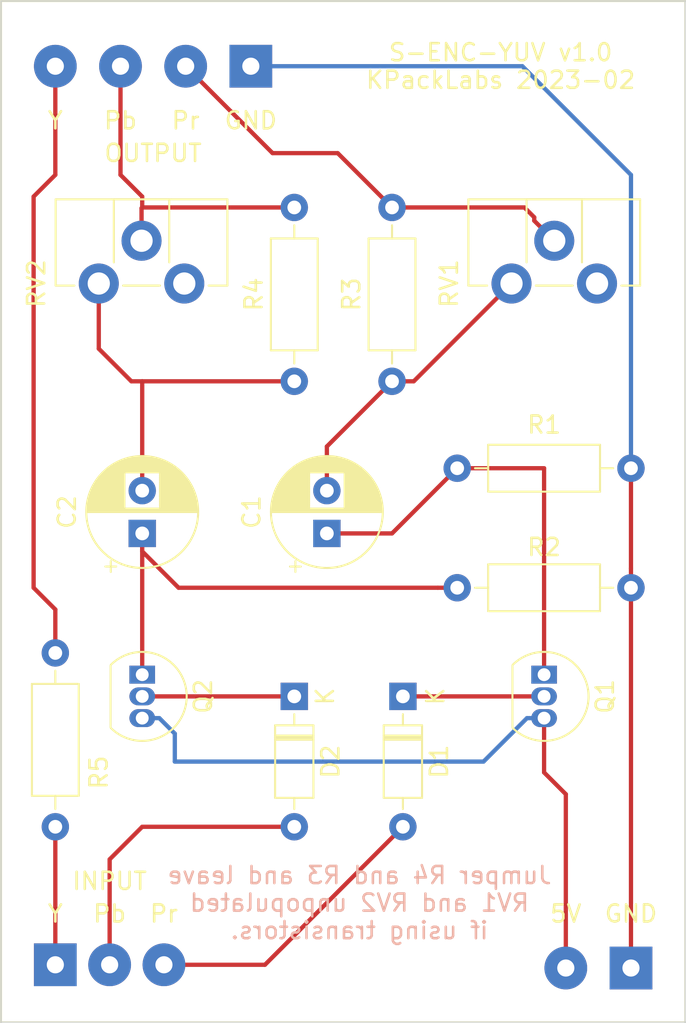
<source format=kicad_pcb>
(kicad_pcb (version 20171130) (host pcbnew "(5.1.5)-3")

  (general
    (thickness 1.6)
    (drawings 21)
    (tracks 59)
    (zones 0)
    (modules 16)
    (nets 15)
  )

  (page A4)
  (layers
    (0 F.Cu signal)
    (31 B.Cu signal)
    (32 B.Adhes user)
    (33 F.Adhes user)
    (34 B.Paste user)
    (35 F.Paste user)
    (36 B.SilkS user)
    (37 F.SilkS user)
    (38 B.Mask user)
    (39 F.Mask user)
    (40 Dwgs.User user)
    (41 Cmts.User user)
    (42 Eco1.User user)
    (43 Eco2.User user)
    (44 Edge.Cuts user)
    (45 Margin user)
    (46 B.CrtYd user)
    (47 F.CrtYd user)
    (48 B.Fab user)
    (49 F.Fab user)
  )

  (setup
    (last_trace_width 0.1524)
    (trace_clearance 0.1524)
    (zone_clearance 0.508)
    (zone_45_only no)
    (trace_min 0.1524)
    (via_size 0.6858)
    (via_drill 0.3302)
    (via_min_size 0.508)
    (via_min_drill 0.254)
    (uvia_size 0.6858)
    (uvia_drill 0.3302)
    (uvias_allowed no)
    (uvia_min_size 0)
    (uvia_min_drill 0)
    (edge_width 0.05)
    (segment_width 0.2)
    (pcb_text_width 0.3)
    (pcb_text_size 1.5 1.5)
    (mod_edge_width 0.12)
    (mod_text_size 1 1)
    (mod_text_width 0.15)
    (pad_size 1.524 1.524)
    (pad_drill 0.762)
    (pad_to_mask_clearance 0.0508)
    (solder_mask_min_width 0.101)
    (aux_axis_origin 0 0)
    (visible_elements 7FFFFFFF)
    (pcbplotparams
      (layerselection 0x010fc_ffffffff)
      (usegerberextensions false)
      (usegerberattributes false)
      (usegerberadvancedattributes false)
      (creategerberjobfile false)
      (excludeedgelayer true)
      (linewidth 0.100000)
      (plotframeref false)
      (viasonmask false)
      (mode 1)
      (useauxorigin false)
      (hpglpennumber 1)
      (hpglpenspeed 20)
      (hpglpendiameter 15.000000)
      (psnegative false)
      (psa4output false)
      (plotreference true)
      (plotvalue true)
      (plotinvisibletext false)
      (padsonsilk false)
      (subtractmaskfromsilk false)
      (outputformat 1)
      (mirror false)
      (drillshape 1)
      (scaleselection 1)
      (outputdirectory ""))
  )

  (net 0 "")
  (net 1 "Net-(C1-Pad2)")
  (net 2 "Net-(C1-Pad1)")
  (net 3 "Net-(C2-Pad2)")
  (net 4 "Net-(C2-Pad1)")
  (net 5 "Net-(D1-Pad2)")
  (net 6 "Net-(D1-Pad1)")
  (net 7 "Net-(D2-Pad2)")
  (net 8 "Net-(D2-Pad1)")
  (net 9 /+5V)
  (net 10 GND)
  (net 11 "Net-(J2-Pad1)")
  (net 12 "Net-(J3-Pad4)")
  (net 13 "Net-(J3-Pad3)")
  (net 14 "Net-(J3-Pad2)")

  (net_class Default "This is the default net class."
    (clearance 0.1524)
    (trace_width 0.1524)
    (via_dia 0.6858)
    (via_drill 0.3302)
    (uvia_dia 0.6858)
    (uvia_drill 0.3302)
    (add_net /+5V)
    (add_net GND)
    (add_net "Net-(C1-Pad1)")
    (add_net "Net-(C1-Pad2)")
    (add_net "Net-(C2-Pad1)")
    (add_net "Net-(C2-Pad2)")
    (add_net "Net-(D1-Pad1)")
    (add_net "Net-(D1-Pad2)")
    (add_net "Net-(D2-Pad1)")
    (add_net "Net-(D2-Pad2)")
    (add_net "Net-(J2-Pad1)")
    (add_net "Net-(J3-Pad2)")
    (add_net "Net-(J3-Pad3)")
    (add_net "Net-(J3-Pad4)")
  )

  (module Potentiometer_THT:Potentiometer_ACP_CA9-H2,5_Horizontal (layer F.Cu) (tedit 5A3D4994) (tstamp 63EDB1E6)
    (at 126.365 90.17 90)
    (descr "Potentiometer, horizontal, ACP CA9-H2,5, http://www.acptechnologies.com/wp-content/uploads/2017/05/02-ACP-CA9-CE9.pdf")
    (tags "Potentiometer horizontal ACP CA9-H2,5")
    (path /63EEB53E)
    (fp_text reference RV2 (at 0 -3.65 90) (layer F.SilkS)
      (effects (font (size 1 1) (thickness 0.15)))
    )
    (fp_text value "0-100 ohm" (at 0 8.65 90) (layer F.Fab) hide
      (effects (font (size 1 1) (thickness 0.15)))
    )
    (fp_text user %R (at 2.4 2.5 90) (layer F.Fab)
      (effects (font (size 1 1) (thickness 0.15)))
    )
    (fp_line (start 5.05 -2.7) (end -1.45 -2.7) (layer F.CrtYd) (width 0.05))
    (fp_line (start 5.05 7.65) (end 5.05 -2.7) (layer F.CrtYd) (width 0.05))
    (fp_line (start -1.45 7.65) (end 5.05 7.65) (layer F.CrtYd) (width 0.05))
    (fp_line (start -1.45 -2.7) (end -1.45 7.65) (layer F.CrtYd) (width 0.05))
    (fp_line (start 4.92 0.88) (end 4.92 4.12) (layer F.SilkS) (width 0.12))
    (fp_line (start -0.121 1.426) (end -0.121 3.575) (layer F.SilkS) (width 0.12))
    (fp_line (start 1.237 4.12) (end 4.92 4.12) (layer F.SilkS) (width 0.12))
    (fp_line (start 1.237 0.88) (end 4.92 0.88) (layer F.SilkS) (width 0.12))
    (fp_line (start -0.121 1.426) (end -0.121 3.575) (layer F.SilkS) (width 0.12))
    (fp_line (start -0.121 -2.521) (end -0.121 -1.426) (layer F.SilkS) (width 0.12))
    (fp_line (start -0.121 6.425) (end -0.121 7.52) (layer F.SilkS) (width 0.12))
    (fp_line (start 4.92 -2.521) (end 4.92 7.52) (layer F.SilkS) (width 0.12))
    (fp_line (start -0.121 7.52) (end 4.92 7.52) (layer F.SilkS) (width 0.12))
    (fp_line (start -0.121 -2.521) (end 4.92 -2.521) (layer F.SilkS) (width 0.12))
    (fp_line (start 4.8 1) (end 0 1) (layer F.Fab) (width 0.1))
    (fp_line (start 4.8 4) (end 4.8 1) (layer F.Fab) (width 0.1))
    (fp_line (start 0 4) (end 4.8 4) (layer F.Fab) (width 0.1))
    (fp_line (start 0 1) (end 0 4) (layer F.Fab) (width 0.1))
    (fp_line (start 0 -2.4) (end 4.8 -2.4) (layer F.Fab) (width 0.1))
    (fp_line (start 0 7.4) (end 0 -2.4) (layer F.Fab) (width 0.1))
    (fp_line (start 4.8 7.4) (end 0 7.4) (layer F.Fab) (width 0.1))
    (fp_line (start 4.8 -2.4) (end 4.8 7.4) (layer F.Fab) (width 0.1))
    (pad 1 thru_hole circle (at 0 0 90) (size 2.34 2.34) (drill 1.3) (layers *.Cu *.Mask)
      (net 3 "Net-(C2-Pad2)"))
    (pad 2 thru_hole circle (at 2.5 2.5 90) (size 2.34 2.34) (drill 1.3) (layers *.Cu *.Mask)
      (net 13 "Net-(J3-Pad3)"))
    (pad 3 thru_hole circle (at 0 5 90) (size 2.34 2.34) (drill 1.3) (layers *.Cu *.Mask))
    (model ${KISYS3DMOD}/Potentiometer_THT.3dshapes/Potentiometer_ACP_CA9-H2,5_Horizontal.wrl
      (at (xyz 0 0 0))
      (scale (xyz 1 1 1))
      (rotate (xyz 0 0 0))
    )
  )

  (module Potentiometer_THT:Potentiometer_ACP_CA9-H2,5_Horizontal (layer F.Cu) (tedit 5A3D4994) (tstamp 63EDB1C8)
    (at 150.495 90.17 90)
    (descr "Potentiometer, horizontal, ACP CA9-H2,5, http://www.acptechnologies.com/wp-content/uploads/2017/05/02-ACP-CA9-CE9.pdf")
    (tags "Potentiometer horizontal ACP CA9-H2,5")
    (path /63EEA439)
    (fp_text reference RV1 (at 0 -3.65 90) (layer F.SilkS)
      (effects (font (size 1 1) (thickness 0.15)))
    )
    (fp_text value "0-100 ohm" (at 0 8.65 90) (layer F.Fab) hide
      (effects (font (size 1 1) (thickness 0.15)))
    )
    (fp_text user %R (at 2.4 2.5 90) (layer F.Fab)
      (effects (font (size 1 1) (thickness 0.15)))
    )
    (fp_line (start 5.05 -2.7) (end -1.45 -2.7) (layer F.CrtYd) (width 0.05))
    (fp_line (start 5.05 7.65) (end 5.05 -2.7) (layer F.CrtYd) (width 0.05))
    (fp_line (start -1.45 7.65) (end 5.05 7.65) (layer F.CrtYd) (width 0.05))
    (fp_line (start -1.45 -2.7) (end -1.45 7.65) (layer F.CrtYd) (width 0.05))
    (fp_line (start 4.92 0.88) (end 4.92 4.12) (layer F.SilkS) (width 0.12))
    (fp_line (start -0.121 1.426) (end -0.121 3.575) (layer F.SilkS) (width 0.12))
    (fp_line (start 1.237 4.12) (end 4.92 4.12) (layer F.SilkS) (width 0.12))
    (fp_line (start 1.237 0.88) (end 4.92 0.88) (layer F.SilkS) (width 0.12))
    (fp_line (start -0.121 1.426) (end -0.121 3.575) (layer F.SilkS) (width 0.12))
    (fp_line (start -0.121 -2.521) (end -0.121 -1.426) (layer F.SilkS) (width 0.12))
    (fp_line (start -0.121 6.425) (end -0.121 7.52) (layer F.SilkS) (width 0.12))
    (fp_line (start 4.92 -2.521) (end 4.92 7.52) (layer F.SilkS) (width 0.12))
    (fp_line (start -0.121 7.52) (end 4.92 7.52) (layer F.SilkS) (width 0.12))
    (fp_line (start -0.121 -2.521) (end 4.92 -2.521) (layer F.SilkS) (width 0.12))
    (fp_line (start 4.8 1) (end 0 1) (layer F.Fab) (width 0.1))
    (fp_line (start 4.8 4) (end 4.8 1) (layer F.Fab) (width 0.1))
    (fp_line (start 0 4) (end 4.8 4) (layer F.Fab) (width 0.1))
    (fp_line (start 0 1) (end 0 4) (layer F.Fab) (width 0.1))
    (fp_line (start 0 -2.4) (end 4.8 -2.4) (layer F.Fab) (width 0.1))
    (fp_line (start 0 7.4) (end 0 -2.4) (layer F.Fab) (width 0.1))
    (fp_line (start 4.8 7.4) (end 0 7.4) (layer F.Fab) (width 0.1))
    (fp_line (start 4.8 -2.4) (end 4.8 7.4) (layer F.Fab) (width 0.1))
    (pad 1 thru_hole circle (at 0 0 90) (size 2.34 2.34) (drill 1.3) (layers *.Cu *.Mask)
      (net 1 "Net-(C1-Pad2)"))
    (pad 2 thru_hole circle (at 2.5 2.5 90) (size 2.34 2.34) (drill 1.3) (layers *.Cu *.Mask)
      (net 14 "Net-(J3-Pad2)"))
    (pad 3 thru_hole circle (at 0 5 90) (size 2.34 2.34) (drill 1.3) (layers *.Cu *.Mask))
    (model ${KISYS3DMOD}/Potentiometer_THT.3dshapes/Potentiometer_ACP_CA9-H2,5_Horizontal.wrl
      (at (xyz 0 0 0))
      (scale (xyz 1 1 1))
      (rotate (xyz 0 0 0))
    )
  )

  (module Resistor_THT:R_Axial_DIN0207_L6.3mm_D2.5mm_P10.16mm_Horizontal (layer F.Cu) (tedit 5AE5139B) (tstamp 63EDB1AA)
    (at 123.825 121.92 90)
    (descr "Resistor, Axial_DIN0207 series, Axial, Horizontal, pin pitch=10.16mm, 0.25W = 1/4W, length*diameter=6.3*2.5mm^2, http://cdn-reichelt.de/documents/datenblatt/B400/1_4W%23YAG.pdf")
    (tags "Resistor Axial_DIN0207 series Axial Horizontal pin pitch 10.16mm 0.25W = 1/4W length 6.3mm diameter 2.5mm")
    (path /63ED33A6)
    (fp_text reference R5 (at 3.175 2.54 90) (layer F.SilkS)
      (effects (font (size 1 1) (thickness 0.15)))
    )
    (fp_text value "10 ohm" (at 5.08 2.37 90) (layer F.Fab) hide
      (effects (font (size 1 1) (thickness 0.15)))
    )
    (fp_text user %R (at 5.08 0 90) (layer F.Fab)
      (effects (font (size 1 1) (thickness 0.15)))
    )
    (fp_line (start 11.21 -1.5) (end -1.05 -1.5) (layer F.CrtYd) (width 0.05))
    (fp_line (start 11.21 1.5) (end 11.21 -1.5) (layer F.CrtYd) (width 0.05))
    (fp_line (start -1.05 1.5) (end 11.21 1.5) (layer F.CrtYd) (width 0.05))
    (fp_line (start -1.05 -1.5) (end -1.05 1.5) (layer F.CrtYd) (width 0.05))
    (fp_line (start 9.12 0) (end 8.35 0) (layer F.SilkS) (width 0.12))
    (fp_line (start 1.04 0) (end 1.81 0) (layer F.SilkS) (width 0.12))
    (fp_line (start 8.35 -1.37) (end 1.81 -1.37) (layer F.SilkS) (width 0.12))
    (fp_line (start 8.35 1.37) (end 8.35 -1.37) (layer F.SilkS) (width 0.12))
    (fp_line (start 1.81 1.37) (end 8.35 1.37) (layer F.SilkS) (width 0.12))
    (fp_line (start 1.81 -1.37) (end 1.81 1.37) (layer F.SilkS) (width 0.12))
    (fp_line (start 10.16 0) (end 8.23 0) (layer F.Fab) (width 0.1))
    (fp_line (start 0 0) (end 1.93 0) (layer F.Fab) (width 0.1))
    (fp_line (start 8.23 -1.25) (end 1.93 -1.25) (layer F.Fab) (width 0.1))
    (fp_line (start 8.23 1.25) (end 8.23 -1.25) (layer F.Fab) (width 0.1))
    (fp_line (start 1.93 1.25) (end 8.23 1.25) (layer F.Fab) (width 0.1))
    (fp_line (start 1.93 -1.25) (end 1.93 1.25) (layer F.Fab) (width 0.1))
    (pad 2 thru_hole oval (at 10.16 0 90) (size 1.6 1.6) (drill 0.8) (layers *.Cu *.Mask)
      (net 12 "Net-(J3-Pad4)"))
    (pad 1 thru_hole circle (at 0 0 90) (size 1.6 1.6) (drill 0.8) (layers *.Cu *.Mask)
      (net 11 "Net-(J2-Pad1)"))
    (model ${KISYS3DMOD}/Resistor_THT.3dshapes/R_Axial_DIN0207_L6.3mm_D2.5mm_P10.16mm_Horizontal.wrl
      (at (xyz 0 0 0))
      (scale (xyz 1 1 1))
      (rotate (xyz 0 0 0))
    )
  )

  (module Resistor_THT:R_Axial_DIN0207_L6.3mm_D2.5mm_P10.16mm_Horizontal (layer F.Cu) (tedit 5AE5139B) (tstamp 63EDB193)
    (at 137.795 95.885 90)
    (descr "Resistor, Axial_DIN0207 series, Axial, Horizontal, pin pitch=10.16mm, 0.25W = 1/4W, length*diameter=6.3*2.5mm^2, http://cdn-reichelt.de/documents/datenblatt/B400/1_4W%23YAG.pdf")
    (tags "Resistor Axial_DIN0207 series Axial Horizontal pin pitch 10.16mm 0.25W = 1/4W length 6.3mm diameter 2.5mm")
    (path /63F67700)
    (fp_text reference R4 (at 5.08 -2.37 90) (layer F.SilkS)
      (effects (font (size 1 1) (thickness 0.15)))
    )
    (fp_text value "0-100 ohm" (at 5.08 2.37 90) (layer F.Fab) hide
      (effects (font (size 1 1) (thickness 0.15)))
    )
    (fp_text user %R (at 5.08 0 90) (layer F.Fab)
      (effects (font (size 1 1) (thickness 0.15)))
    )
    (fp_line (start 11.21 -1.5) (end -1.05 -1.5) (layer F.CrtYd) (width 0.05))
    (fp_line (start 11.21 1.5) (end 11.21 -1.5) (layer F.CrtYd) (width 0.05))
    (fp_line (start -1.05 1.5) (end 11.21 1.5) (layer F.CrtYd) (width 0.05))
    (fp_line (start -1.05 -1.5) (end -1.05 1.5) (layer F.CrtYd) (width 0.05))
    (fp_line (start 9.12 0) (end 8.35 0) (layer F.SilkS) (width 0.12))
    (fp_line (start 1.04 0) (end 1.81 0) (layer F.SilkS) (width 0.12))
    (fp_line (start 8.35 -1.37) (end 1.81 -1.37) (layer F.SilkS) (width 0.12))
    (fp_line (start 8.35 1.37) (end 8.35 -1.37) (layer F.SilkS) (width 0.12))
    (fp_line (start 1.81 1.37) (end 8.35 1.37) (layer F.SilkS) (width 0.12))
    (fp_line (start 1.81 -1.37) (end 1.81 1.37) (layer F.SilkS) (width 0.12))
    (fp_line (start 10.16 0) (end 8.23 0) (layer F.Fab) (width 0.1))
    (fp_line (start 0 0) (end 1.93 0) (layer F.Fab) (width 0.1))
    (fp_line (start 8.23 -1.25) (end 1.93 -1.25) (layer F.Fab) (width 0.1))
    (fp_line (start 8.23 1.25) (end 8.23 -1.25) (layer F.Fab) (width 0.1))
    (fp_line (start 1.93 1.25) (end 8.23 1.25) (layer F.Fab) (width 0.1))
    (fp_line (start 1.93 -1.25) (end 1.93 1.25) (layer F.Fab) (width 0.1))
    (pad 2 thru_hole oval (at 10.16 0 90) (size 1.6 1.6) (drill 0.8) (layers *.Cu *.Mask)
      (net 13 "Net-(J3-Pad3)"))
    (pad 1 thru_hole circle (at 0 0 90) (size 1.6 1.6) (drill 0.8) (layers *.Cu *.Mask)
      (net 3 "Net-(C2-Pad2)"))
    (model ${KISYS3DMOD}/Resistor_THT.3dshapes/R_Axial_DIN0207_L6.3mm_D2.5mm_P10.16mm_Horizontal.wrl
      (at (xyz 0 0 0))
      (scale (xyz 1 1 1))
      (rotate (xyz 0 0 0))
    )
  )

  (module Resistor_THT:R_Axial_DIN0207_L6.3mm_D2.5mm_P10.16mm_Horizontal (layer F.Cu) (tedit 5AE5139B) (tstamp 63EDB17C)
    (at 143.51 95.885 90)
    (descr "Resistor, Axial_DIN0207 series, Axial, Horizontal, pin pitch=10.16mm, 0.25W = 1/4W, length*diameter=6.3*2.5mm^2, http://cdn-reichelt.de/documents/datenblatt/B400/1_4W%23YAG.pdf")
    (tags "Resistor Axial_DIN0207 series Axial Horizontal pin pitch 10.16mm 0.25W = 1/4W length 6.3mm diameter 2.5mm")
    (path /63F6962C)
    (fp_text reference R3 (at 5.08 -2.37 90) (layer F.SilkS)
      (effects (font (size 1 1) (thickness 0.15)))
    )
    (fp_text value "0-100 ohm " (at 5.08 2.37 90) (layer F.Fab) hide
      (effects (font (size 1 1) (thickness 0.15)))
    )
    (fp_text user %R (at 5.08 0 90) (layer F.Fab)
      (effects (font (size 1 1) (thickness 0.15)))
    )
    (fp_line (start 11.21 -1.5) (end -1.05 -1.5) (layer F.CrtYd) (width 0.05))
    (fp_line (start 11.21 1.5) (end 11.21 -1.5) (layer F.CrtYd) (width 0.05))
    (fp_line (start -1.05 1.5) (end 11.21 1.5) (layer F.CrtYd) (width 0.05))
    (fp_line (start -1.05 -1.5) (end -1.05 1.5) (layer F.CrtYd) (width 0.05))
    (fp_line (start 9.12 0) (end 8.35 0) (layer F.SilkS) (width 0.12))
    (fp_line (start 1.04 0) (end 1.81 0) (layer F.SilkS) (width 0.12))
    (fp_line (start 8.35 -1.37) (end 1.81 -1.37) (layer F.SilkS) (width 0.12))
    (fp_line (start 8.35 1.37) (end 8.35 -1.37) (layer F.SilkS) (width 0.12))
    (fp_line (start 1.81 1.37) (end 8.35 1.37) (layer F.SilkS) (width 0.12))
    (fp_line (start 1.81 -1.37) (end 1.81 1.37) (layer F.SilkS) (width 0.12))
    (fp_line (start 10.16 0) (end 8.23 0) (layer F.Fab) (width 0.1))
    (fp_line (start 0 0) (end 1.93 0) (layer F.Fab) (width 0.1))
    (fp_line (start 8.23 -1.25) (end 1.93 -1.25) (layer F.Fab) (width 0.1))
    (fp_line (start 8.23 1.25) (end 8.23 -1.25) (layer F.Fab) (width 0.1))
    (fp_line (start 1.93 1.25) (end 8.23 1.25) (layer F.Fab) (width 0.1))
    (fp_line (start 1.93 -1.25) (end 1.93 1.25) (layer F.Fab) (width 0.1))
    (pad 2 thru_hole oval (at 10.16 0 90) (size 1.6 1.6) (drill 0.8) (layers *.Cu *.Mask)
      (net 14 "Net-(J3-Pad2)"))
    (pad 1 thru_hole circle (at 0 0 90) (size 1.6 1.6) (drill 0.8) (layers *.Cu *.Mask)
      (net 1 "Net-(C1-Pad2)"))
    (model ${KISYS3DMOD}/Resistor_THT.3dshapes/R_Axial_DIN0207_L6.3mm_D2.5mm_P10.16mm_Horizontal.wrl
      (at (xyz 0 0 0))
      (scale (xyz 1 1 1))
      (rotate (xyz 0 0 0))
    )
  )

  (module Resistor_THT:R_Axial_DIN0207_L6.3mm_D2.5mm_P10.16mm_Horizontal (layer F.Cu) (tedit 5AE5139B) (tstamp 63EDB165)
    (at 147.32 107.95)
    (descr "Resistor, Axial_DIN0207 series, Axial, Horizontal, pin pitch=10.16mm, 0.25W = 1/4W, length*diameter=6.3*2.5mm^2, http://cdn-reichelt.de/documents/datenblatt/B400/1_4W%23YAG.pdf")
    (tags "Resistor Axial_DIN0207 series Axial Horizontal pin pitch 10.16mm 0.25W = 1/4W length 6.3mm diameter 2.5mm")
    (path /63EE48D3)
    (fp_text reference R2 (at 5.08 -2.37) (layer F.SilkS)
      (effects (font (size 1 1) (thickness 0.15)))
    )
    (fp_text value "75 ohm" (at 5.08 2.37) (layer F.Fab) hide
      (effects (font (size 1 1) (thickness 0.15)))
    )
    (fp_text user %R (at 5.08 0) (layer F.Fab)
      (effects (font (size 1 1) (thickness 0.15)))
    )
    (fp_line (start 11.21 -1.5) (end -1.05 -1.5) (layer F.CrtYd) (width 0.05))
    (fp_line (start 11.21 1.5) (end 11.21 -1.5) (layer F.CrtYd) (width 0.05))
    (fp_line (start -1.05 1.5) (end 11.21 1.5) (layer F.CrtYd) (width 0.05))
    (fp_line (start -1.05 -1.5) (end -1.05 1.5) (layer F.CrtYd) (width 0.05))
    (fp_line (start 9.12 0) (end 8.35 0) (layer F.SilkS) (width 0.12))
    (fp_line (start 1.04 0) (end 1.81 0) (layer F.SilkS) (width 0.12))
    (fp_line (start 8.35 -1.37) (end 1.81 -1.37) (layer F.SilkS) (width 0.12))
    (fp_line (start 8.35 1.37) (end 8.35 -1.37) (layer F.SilkS) (width 0.12))
    (fp_line (start 1.81 1.37) (end 8.35 1.37) (layer F.SilkS) (width 0.12))
    (fp_line (start 1.81 -1.37) (end 1.81 1.37) (layer F.SilkS) (width 0.12))
    (fp_line (start 10.16 0) (end 8.23 0) (layer F.Fab) (width 0.1))
    (fp_line (start 0 0) (end 1.93 0) (layer F.Fab) (width 0.1))
    (fp_line (start 8.23 -1.25) (end 1.93 -1.25) (layer F.Fab) (width 0.1))
    (fp_line (start 8.23 1.25) (end 8.23 -1.25) (layer F.Fab) (width 0.1))
    (fp_line (start 1.93 1.25) (end 8.23 1.25) (layer F.Fab) (width 0.1))
    (fp_line (start 1.93 -1.25) (end 1.93 1.25) (layer F.Fab) (width 0.1))
    (pad 2 thru_hole oval (at 10.16 0) (size 1.6 1.6) (drill 0.8) (layers *.Cu *.Mask)
      (net 10 GND))
    (pad 1 thru_hole circle (at 0 0) (size 1.6 1.6) (drill 0.8) (layers *.Cu *.Mask)
      (net 4 "Net-(C2-Pad1)"))
    (model ${KISYS3DMOD}/Resistor_THT.3dshapes/R_Axial_DIN0207_L6.3mm_D2.5mm_P10.16mm_Horizontal.wrl
      (at (xyz 0 0 0))
      (scale (xyz 1 1 1))
      (rotate (xyz 0 0 0))
    )
  )

  (module Resistor_THT:R_Axial_DIN0207_L6.3mm_D2.5mm_P10.16mm_Horizontal (layer F.Cu) (tedit 5AE5139B) (tstamp 63EDB14E)
    (at 157.48 100.965 180)
    (descr "Resistor, Axial_DIN0207 series, Axial, Horizontal, pin pitch=10.16mm, 0.25W = 1/4W, length*diameter=6.3*2.5mm^2, http://cdn-reichelt.de/documents/datenblatt/B400/1_4W%23YAG.pdf")
    (tags "Resistor Axial_DIN0207 series Axial Horizontal pin pitch 10.16mm 0.25W = 1/4W length 6.3mm diameter 2.5mm")
    (path /63EE4F9D)
    (fp_text reference R1 (at 5.08 2.54) (layer F.SilkS)
      (effects (font (size 1 1) (thickness 0.15)))
    )
    (fp_text value "75 ohm" (at 5.08 2.37) (layer F.Fab) hide
      (effects (font (size 1 1) (thickness 0.15)))
    )
    (fp_text user %R (at 5.08 0) (layer F.Fab)
      (effects (font (size 1 1) (thickness 0.15)))
    )
    (fp_line (start 11.21 -1.5) (end -1.05 -1.5) (layer F.CrtYd) (width 0.05))
    (fp_line (start 11.21 1.5) (end 11.21 -1.5) (layer F.CrtYd) (width 0.05))
    (fp_line (start -1.05 1.5) (end 11.21 1.5) (layer F.CrtYd) (width 0.05))
    (fp_line (start -1.05 -1.5) (end -1.05 1.5) (layer F.CrtYd) (width 0.05))
    (fp_line (start 9.12 0) (end 8.35 0) (layer F.SilkS) (width 0.12))
    (fp_line (start 1.04 0) (end 1.81 0) (layer F.SilkS) (width 0.12))
    (fp_line (start 8.35 -1.37) (end 1.81 -1.37) (layer F.SilkS) (width 0.12))
    (fp_line (start 8.35 1.37) (end 8.35 -1.37) (layer F.SilkS) (width 0.12))
    (fp_line (start 1.81 1.37) (end 8.35 1.37) (layer F.SilkS) (width 0.12))
    (fp_line (start 1.81 -1.37) (end 1.81 1.37) (layer F.SilkS) (width 0.12))
    (fp_line (start 10.16 0) (end 8.23 0) (layer F.Fab) (width 0.1))
    (fp_line (start 0 0) (end 1.93 0) (layer F.Fab) (width 0.1))
    (fp_line (start 8.23 -1.25) (end 1.93 -1.25) (layer F.Fab) (width 0.1))
    (fp_line (start 8.23 1.25) (end 8.23 -1.25) (layer F.Fab) (width 0.1))
    (fp_line (start 1.93 1.25) (end 8.23 1.25) (layer F.Fab) (width 0.1))
    (fp_line (start 1.93 -1.25) (end 1.93 1.25) (layer F.Fab) (width 0.1))
    (pad 2 thru_hole oval (at 10.16 0 180) (size 1.6 1.6) (drill 0.8) (layers *.Cu *.Mask)
      (net 2 "Net-(C1-Pad1)"))
    (pad 1 thru_hole circle (at 0 0 180) (size 1.6 1.6) (drill 0.8) (layers *.Cu *.Mask)
      (net 10 GND))
    (model ${KISYS3DMOD}/Resistor_THT.3dshapes/R_Axial_DIN0207_L6.3mm_D2.5mm_P10.16mm_Horizontal.wrl
      (at (xyz 0 0 0))
      (scale (xyz 1 1 1))
      (rotate (xyz 0 0 0))
    )
  )

  (module Package_TO_SOT_THT:TO-92_Inline (layer F.Cu) (tedit 5A1DD157) (tstamp 63EDB137)
    (at 128.905 113.03 270)
    (descr "TO-92 leads in-line, narrow, oval pads, drill 0.75mm (see NXP sot054_po.pdf)")
    (tags "to-92 sc-43 sc-43a sot54 PA33 transistor")
    (path /63ED94D3)
    (fp_text reference Q2 (at 1.27 -3.56 90) (layer F.SilkS)
      (effects (font (size 1 1) (thickness 0.15)))
    )
    (fp_text value S8050 (at 1.27 2.79 90) (layer F.Fab) hide
      (effects (font (size 1 1) (thickness 0.15)))
    )
    (fp_arc (start 1.27 0) (end 1.27 -2.6) (angle 135) (layer F.SilkS) (width 0.12))
    (fp_arc (start 1.27 0) (end 1.27 -2.48) (angle -135) (layer F.Fab) (width 0.1))
    (fp_arc (start 1.27 0) (end 1.27 -2.6) (angle -135) (layer F.SilkS) (width 0.12))
    (fp_arc (start 1.27 0) (end 1.27 -2.48) (angle 135) (layer F.Fab) (width 0.1))
    (fp_line (start 4 2.01) (end -1.46 2.01) (layer F.CrtYd) (width 0.05))
    (fp_line (start 4 2.01) (end 4 -2.73) (layer F.CrtYd) (width 0.05))
    (fp_line (start -1.46 -2.73) (end -1.46 2.01) (layer F.CrtYd) (width 0.05))
    (fp_line (start -1.46 -2.73) (end 4 -2.73) (layer F.CrtYd) (width 0.05))
    (fp_line (start -0.5 1.75) (end 3 1.75) (layer F.Fab) (width 0.1))
    (fp_line (start -0.53 1.85) (end 3.07 1.85) (layer F.SilkS) (width 0.12))
    (fp_text user %R (at 1.27 -3.56 90) (layer F.Fab)
      (effects (font (size 1 1) (thickness 0.15)))
    )
    (pad 1 thru_hole rect (at 0 0 270) (size 1.05 1.5) (drill 0.75) (layers *.Cu *.Mask)
      (net 4 "Net-(C2-Pad1)"))
    (pad 3 thru_hole oval (at 2.54 0 270) (size 1.05 1.5) (drill 0.75) (layers *.Cu *.Mask)
      (net 9 /+5V))
    (pad 2 thru_hole oval (at 1.27 0 270) (size 1.05 1.5) (drill 0.75) (layers *.Cu *.Mask)
      (net 8 "Net-(D2-Pad1)"))
    (model ${KISYS3DMOD}/Package_TO_SOT_THT.3dshapes/TO-92_Inline.wrl
      (at (xyz 0 0 0))
      (scale (xyz 1 1 1))
      (rotate (xyz 0 0 0))
    )
  )

  (module Package_TO_SOT_THT:TO-92_Inline (layer F.Cu) (tedit 5A1DD157) (tstamp 63EDB125)
    (at 152.4 113.03 270)
    (descr "TO-92 leads in-line, narrow, oval pads, drill 0.75mm (see NXP sot054_po.pdf)")
    (tags "to-92 sc-43 sc-43a sot54 PA33 transistor")
    (path /63ED701A)
    (fp_text reference Q1 (at 1.27 -3.56 90) (layer F.SilkS)
      (effects (font (size 1 1) (thickness 0.15)))
    )
    (fp_text value S8050 (at 1.27 2.79 90) (layer F.Fab) hide
      (effects (font (size 1 1) (thickness 0.15)))
    )
    (fp_arc (start 1.27 0) (end 1.27 -2.6) (angle 135) (layer F.SilkS) (width 0.12))
    (fp_arc (start 1.27 0) (end 1.27 -2.48) (angle -135) (layer F.Fab) (width 0.1))
    (fp_arc (start 1.27 0) (end 1.27 -2.6) (angle -135) (layer F.SilkS) (width 0.12))
    (fp_arc (start 1.27 0) (end 1.27 -2.48) (angle 135) (layer F.Fab) (width 0.1))
    (fp_line (start 4 2.01) (end -1.46 2.01) (layer F.CrtYd) (width 0.05))
    (fp_line (start 4 2.01) (end 4 -2.73) (layer F.CrtYd) (width 0.05))
    (fp_line (start -1.46 -2.73) (end -1.46 2.01) (layer F.CrtYd) (width 0.05))
    (fp_line (start -1.46 -2.73) (end 4 -2.73) (layer F.CrtYd) (width 0.05))
    (fp_line (start -0.5 1.75) (end 3 1.75) (layer F.Fab) (width 0.1))
    (fp_line (start -0.53 1.85) (end 3.07 1.85) (layer F.SilkS) (width 0.12))
    (fp_text user %R (at 1.27 -3.56 90) (layer F.Fab)
      (effects (font (size 1 1) (thickness 0.15)))
    )
    (pad 1 thru_hole rect (at 0 0 270) (size 1.05 1.5) (drill 0.75) (layers *.Cu *.Mask)
      (net 2 "Net-(C1-Pad1)"))
    (pad 3 thru_hole oval (at 2.54 0 270) (size 1.05 1.5) (drill 0.75) (layers *.Cu *.Mask)
      (net 9 /+5V))
    (pad 2 thru_hole oval (at 1.27 0 270) (size 1.05 1.5) (drill 0.75) (layers *.Cu *.Mask)
      (net 6 "Net-(D1-Pad1)"))
    (model ${KISYS3DMOD}/Package_TO_SOT_THT.3dshapes/TO-92_Inline.wrl
      (at (xyz 0 0 0))
      (scale (xyz 1 1 1))
      (rotate (xyz 0 0 0))
    )
  )

  (module Connector_Wire:SolderWirePad_1x04_P3.81mm_Drill1mm (layer F.Cu) (tedit 5AEE60B2) (tstamp 63EDB113)
    (at 135.255 77.47 180)
    (descr "Wire solder connection")
    (tags connector)
    (path /63F7EBF0)
    (attr virtual)
    (fp_text reference J3 (at 5.715 -3.175) (layer F.Fab) hide
      (effects (font (size 1 1) (thickness 0.15)))
    )
    (fp_text value Conn_01x04 (at 5.715 3.175) (layer F.Fab) hide
      (effects (font (size 1 1) (thickness 0.15)))
    )
    (fp_line (start 13.18 1.75) (end -1.74 1.75) (layer F.CrtYd) (width 0.05))
    (fp_line (start 13.18 1.75) (end 13.18 -1.75) (layer F.CrtYd) (width 0.05))
    (fp_line (start -1.74 -1.75) (end -1.74 1.75) (layer F.CrtYd) (width 0.05))
    (fp_line (start -1.74 -1.75) (end 13.18 -1.75) (layer F.CrtYd) (width 0.05))
    (fp_text user %R (at 5.715 0) (layer F.Fab)
      (effects (font (size 1 1) (thickness 0.15)))
    )
    (pad 4 thru_hole circle (at 11.43 0 180) (size 2.49936 2.49936) (drill 1.00076) (layers *.Cu *.Mask)
      (net 12 "Net-(J3-Pad4)"))
    (pad 3 thru_hole circle (at 7.62 0 180) (size 2.49936 2.49936) (drill 1.00076) (layers *.Cu *.Mask)
      (net 13 "Net-(J3-Pad3)"))
    (pad 2 thru_hole circle (at 3.81 0 180) (size 2.49936 2.49936) (drill 1.00076) (layers *.Cu *.Mask)
      (net 14 "Net-(J3-Pad2)"))
    (pad 1 thru_hole rect (at 0 0 180) (size 2.49936 2.49936) (drill 1.00076) (layers *.Cu *.Mask)
      (net 10 GND))
  )

  (module Connector_Wire:SolderWirePad_1x03_P3.175mm_Drill1mm (layer F.Cu) (tedit 5AEE5F67) (tstamp 63EDB106)
    (at 123.825 129.985)
    (descr "Wire solder connection")
    (tags connector)
    (path /63F7B44F)
    (attr virtual)
    (fp_text reference J2 (at 3.175 -3.81) (layer F.Fab) hide
      (effects (font (size 1 1) (thickness 0.15)))
    )
    (fp_text value Conn_01x03 (at 3.175 3.175) (layer F.Fab) hide
      (effects (font (size 1 1) (thickness 0.15)))
    )
    (fp_line (start 8.1 1.75) (end -1.74 1.75) (layer F.CrtYd) (width 0.05))
    (fp_line (start 8.1 1.75) (end 8.1 -1.75) (layer F.CrtYd) (width 0.05))
    (fp_line (start -1.74 -1.75) (end -1.74 1.75) (layer F.CrtYd) (width 0.05))
    (fp_line (start -1.74 -1.75) (end 8.1 -1.75) (layer F.CrtYd) (width 0.05))
    (fp_text user %R (at 3.175 0) (layer F.Fab)
      (effects (font (size 1 1) (thickness 0.15)))
    )
    (pad 3 thru_hole circle (at 6.35 0) (size 2.49936 2.49936) (drill 1.00076) (layers *.Cu *.Mask)
      (net 5 "Net-(D1-Pad2)"))
    (pad 2 thru_hole circle (at 3.175 0) (size 2.49936 2.49936) (drill 1.00076) (layers *.Cu *.Mask)
      (net 7 "Net-(D2-Pad2)"))
    (pad 1 thru_hole rect (at 0 0) (size 2.49936 2.49936) (drill 1.00076) (layers *.Cu *.Mask)
      (net 11 "Net-(J2-Pad1)"))
  )

  (module Connector_Wire:SolderWirePad_1x02_P3.81mm_Drill1mm (layer F.Cu) (tedit 5AEE5F04) (tstamp 63EDB0FA)
    (at 157.48 130.175 180)
    (descr "Wire solder connection")
    (tags connector)
    (path /63F776BA)
    (attr virtual)
    (fp_text reference J1 (at 1.905 -3.81) (layer F.Fab) hide
      (effects (font (size 1 1) (thickness 0.15)))
    )
    (fp_text value Conn_01x02 (at 1.905 3.81) (layer F.Fab) hide
      (effects (font (size 1 1) (thickness 0.15)))
    )
    (fp_line (start 5.56 1.75) (end -1.74 1.75) (layer F.CrtYd) (width 0.05))
    (fp_line (start 5.56 1.75) (end 5.56 -1.75) (layer F.CrtYd) (width 0.05))
    (fp_line (start -1.74 -1.75) (end -1.74 1.75) (layer F.CrtYd) (width 0.05))
    (fp_line (start -1.74 -1.75) (end 5.56 -1.75) (layer F.CrtYd) (width 0.05))
    (fp_text user %R (at 1.905 0) (layer F.Fab)
      (effects (font (size 1 1) (thickness 0.15)))
    )
    (pad 2 thru_hole circle (at 3.81 0 180) (size 2.49936 2.49936) (drill 1.00076) (layers *.Cu *.Mask)
      (net 9 /+5V))
    (pad 1 thru_hole rect (at 0 0 180) (size 2.49936 2.49936) (drill 1.00076) (layers *.Cu *.Mask)
      (net 10 GND))
  )

  (module Diode_THT:D_DO-35_SOD27_P7.62mm_Horizontal (layer F.Cu) (tedit 5AE50CD5) (tstamp 63EDB0EF)
    (at 137.795 114.3 270)
    (descr "Diode, DO-35_SOD27 series, Axial, Horizontal, pin pitch=7.62mm, , length*diameter=4*2mm^2, , http://www.diodes.com/_files/packages/DO-35.pdf")
    (tags "Diode DO-35_SOD27 series Axial Horizontal pin pitch 7.62mm  length 4mm diameter 2mm")
    (path /63ED6159)
    (fp_text reference D2 (at 3.81 -2.12 90) (layer F.SilkS)
      (effects (font (size 1 1) (thickness 0.15)))
    )
    (fp_text value 1n4148 (at 3.81 2.12 90) (layer F.Fab) hide
      (effects (font (size 1 1) (thickness 0.15)))
    )
    (fp_text user K (at 0 -1.8 90) (layer F.SilkS)
      (effects (font (size 1 1) (thickness 0.15)))
    )
    (fp_text user K (at 0 -1.8 90) (layer F.Fab)
      (effects (font (size 1 1) (thickness 0.15)))
    )
    (fp_text user %R (at 4.11 0 90) (layer F.Fab)
      (effects (font (size 0.8 0.8) (thickness 0.12)))
    )
    (fp_line (start 8.67 -1.25) (end -1.05 -1.25) (layer F.CrtYd) (width 0.05))
    (fp_line (start 8.67 1.25) (end 8.67 -1.25) (layer F.CrtYd) (width 0.05))
    (fp_line (start -1.05 1.25) (end 8.67 1.25) (layer F.CrtYd) (width 0.05))
    (fp_line (start -1.05 -1.25) (end -1.05 1.25) (layer F.CrtYd) (width 0.05))
    (fp_line (start 2.29 -1.12) (end 2.29 1.12) (layer F.SilkS) (width 0.12))
    (fp_line (start 2.53 -1.12) (end 2.53 1.12) (layer F.SilkS) (width 0.12))
    (fp_line (start 2.41 -1.12) (end 2.41 1.12) (layer F.SilkS) (width 0.12))
    (fp_line (start 6.58 0) (end 5.93 0) (layer F.SilkS) (width 0.12))
    (fp_line (start 1.04 0) (end 1.69 0) (layer F.SilkS) (width 0.12))
    (fp_line (start 5.93 -1.12) (end 1.69 -1.12) (layer F.SilkS) (width 0.12))
    (fp_line (start 5.93 1.12) (end 5.93 -1.12) (layer F.SilkS) (width 0.12))
    (fp_line (start 1.69 1.12) (end 5.93 1.12) (layer F.SilkS) (width 0.12))
    (fp_line (start 1.69 -1.12) (end 1.69 1.12) (layer F.SilkS) (width 0.12))
    (fp_line (start 2.31 -1) (end 2.31 1) (layer F.Fab) (width 0.1))
    (fp_line (start 2.51 -1) (end 2.51 1) (layer F.Fab) (width 0.1))
    (fp_line (start 2.41 -1) (end 2.41 1) (layer F.Fab) (width 0.1))
    (fp_line (start 7.62 0) (end 5.81 0) (layer F.Fab) (width 0.1))
    (fp_line (start 0 0) (end 1.81 0) (layer F.Fab) (width 0.1))
    (fp_line (start 5.81 -1) (end 1.81 -1) (layer F.Fab) (width 0.1))
    (fp_line (start 5.81 1) (end 5.81 -1) (layer F.Fab) (width 0.1))
    (fp_line (start 1.81 1) (end 5.81 1) (layer F.Fab) (width 0.1))
    (fp_line (start 1.81 -1) (end 1.81 1) (layer F.Fab) (width 0.1))
    (pad 2 thru_hole oval (at 7.62 0 270) (size 1.6 1.6) (drill 0.8) (layers *.Cu *.Mask)
      (net 7 "Net-(D2-Pad2)"))
    (pad 1 thru_hole rect (at 0 0 270) (size 1.6 1.6) (drill 0.8) (layers *.Cu *.Mask)
      (net 8 "Net-(D2-Pad1)"))
    (model ${KISYS3DMOD}/Diode_THT.3dshapes/D_DO-35_SOD27_P7.62mm_Horizontal.wrl
      (at (xyz 0 0 0))
      (scale (xyz 1 1 1))
      (rotate (xyz 0 0 0))
    )
  )

  (module Diode_THT:D_DO-35_SOD27_P7.62mm_Horizontal (layer F.Cu) (tedit 5AE50CD5) (tstamp 63EDB0D0)
    (at 144.145 114.3 270)
    (descr "Diode, DO-35_SOD27 series, Axial, Horizontal, pin pitch=7.62mm, , length*diameter=4*2mm^2, , http://www.diodes.com/_files/packages/DO-35.pdf")
    (tags "Diode DO-35_SOD27 series Axial Horizontal pin pitch 7.62mm  length 4mm diameter 2mm")
    (path /63ED686E)
    (fp_text reference D1 (at 3.81 -2.12 90) (layer F.SilkS)
      (effects (font (size 1 1) (thickness 0.15)))
    )
    (fp_text value 1n4148 (at 3.81 2.12 90) (layer F.Fab) hide
      (effects (font (size 1 1) (thickness 0.15)))
    )
    (fp_text user K (at 0 -1.905 90) (layer F.SilkS)
      (effects (font (size 1 1) (thickness 0.15)))
    )
    (fp_text user K (at 0 -1.8 90) (layer F.Fab)
      (effects (font (size 1 1) (thickness 0.15)))
    )
    (fp_text user %R (at 4.11 0 90) (layer F.Fab)
      (effects (font (size 0.8 0.8) (thickness 0.12)))
    )
    (fp_line (start 8.67 -1.25) (end -1.05 -1.25) (layer F.CrtYd) (width 0.05))
    (fp_line (start 8.67 1.25) (end 8.67 -1.25) (layer F.CrtYd) (width 0.05))
    (fp_line (start -1.05 1.25) (end 8.67 1.25) (layer F.CrtYd) (width 0.05))
    (fp_line (start -1.05 -1.25) (end -1.05 1.25) (layer F.CrtYd) (width 0.05))
    (fp_line (start 2.29 -1.12) (end 2.29 1.12) (layer F.SilkS) (width 0.12))
    (fp_line (start 2.53 -1.12) (end 2.53 1.12) (layer F.SilkS) (width 0.12))
    (fp_line (start 2.41 -1.12) (end 2.41 1.12) (layer F.SilkS) (width 0.12))
    (fp_line (start 6.58 0) (end 5.93 0) (layer F.SilkS) (width 0.12))
    (fp_line (start 1.04 0) (end 1.69 0) (layer F.SilkS) (width 0.12))
    (fp_line (start 5.93 -1.12) (end 1.69 -1.12) (layer F.SilkS) (width 0.12))
    (fp_line (start 5.93 1.12) (end 5.93 -1.12) (layer F.SilkS) (width 0.12))
    (fp_line (start 1.69 1.12) (end 5.93 1.12) (layer F.SilkS) (width 0.12))
    (fp_line (start 1.69 -1.12) (end 1.69 1.12) (layer F.SilkS) (width 0.12))
    (fp_line (start 2.31 -1) (end 2.31 1) (layer F.Fab) (width 0.1))
    (fp_line (start 2.51 -1) (end 2.51 1) (layer F.Fab) (width 0.1))
    (fp_line (start 2.41 -1) (end 2.41 1) (layer F.Fab) (width 0.1))
    (fp_line (start 7.62 0) (end 5.81 0) (layer F.Fab) (width 0.1))
    (fp_line (start 0 0) (end 1.81 0) (layer F.Fab) (width 0.1))
    (fp_line (start 5.81 -1) (end 1.81 -1) (layer F.Fab) (width 0.1))
    (fp_line (start 5.81 1) (end 5.81 -1) (layer F.Fab) (width 0.1))
    (fp_line (start 1.81 1) (end 5.81 1) (layer F.Fab) (width 0.1))
    (fp_line (start 1.81 -1) (end 1.81 1) (layer F.Fab) (width 0.1))
    (pad 2 thru_hole oval (at 7.62 0 270) (size 1.6 1.6) (drill 0.8) (layers *.Cu *.Mask)
      (net 5 "Net-(D1-Pad2)"))
    (pad 1 thru_hole rect (at 0 0 270) (size 1.6 1.6) (drill 0.8) (layers *.Cu *.Mask)
      (net 6 "Net-(D1-Pad1)"))
    (model ${KISYS3DMOD}/Diode_THT.3dshapes/D_DO-35_SOD27_P7.62mm_Horizontal.wrl
      (at (xyz 0 0 0))
      (scale (xyz 1 1 1))
      (rotate (xyz 0 0 0))
    )
  )

  (module Capacitor_THT:CP_Radial_D6.3mm_P2.50mm (layer F.Cu) (tedit 5AE50EF0) (tstamp 63EDB0B1)
    (at 128.905 104.775 90)
    (descr "CP, Radial series, Radial, pin pitch=2.50mm, , diameter=6.3mm, Electrolytic Capacitor")
    (tags "CP Radial series Radial pin pitch 2.50mm  diameter 6.3mm Electrolytic Capacitor")
    (path /63EE2AFA)
    (fp_text reference C2 (at 1.25 -4.4 90) (layer F.SilkS)
      (effects (font (size 1 1) (thickness 0.15)))
    )
    (fp_text value "220 uF" (at 1.25 4.4 90) (layer F.Fab) hide
      (effects (font (size 1 1) (thickness 0.15)))
    )
    (fp_text user %R (at 1.25 0 90) (layer F.Fab)
      (effects (font (size 1 1) (thickness 0.15)))
    )
    (fp_line (start -1.935241 -2.154) (end -1.935241 -1.524) (layer F.SilkS) (width 0.12))
    (fp_line (start -2.250241 -1.839) (end -1.620241 -1.839) (layer F.SilkS) (width 0.12))
    (fp_line (start 4.491 -0.402) (end 4.491 0.402) (layer F.SilkS) (width 0.12))
    (fp_line (start 4.451 -0.633) (end 4.451 0.633) (layer F.SilkS) (width 0.12))
    (fp_line (start 4.411 -0.802) (end 4.411 0.802) (layer F.SilkS) (width 0.12))
    (fp_line (start 4.371 -0.94) (end 4.371 0.94) (layer F.SilkS) (width 0.12))
    (fp_line (start 4.331 -1.059) (end 4.331 1.059) (layer F.SilkS) (width 0.12))
    (fp_line (start 4.291 -1.165) (end 4.291 1.165) (layer F.SilkS) (width 0.12))
    (fp_line (start 4.251 -1.262) (end 4.251 1.262) (layer F.SilkS) (width 0.12))
    (fp_line (start 4.211 -1.35) (end 4.211 1.35) (layer F.SilkS) (width 0.12))
    (fp_line (start 4.171 -1.432) (end 4.171 1.432) (layer F.SilkS) (width 0.12))
    (fp_line (start 4.131 -1.509) (end 4.131 1.509) (layer F.SilkS) (width 0.12))
    (fp_line (start 4.091 -1.581) (end 4.091 1.581) (layer F.SilkS) (width 0.12))
    (fp_line (start 4.051 -1.65) (end 4.051 1.65) (layer F.SilkS) (width 0.12))
    (fp_line (start 4.011 -1.714) (end 4.011 1.714) (layer F.SilkS) (width 0.12))
    (fp_line (start 3.971 -1.776) (end 3.971 1.776) (layer F.SilkS) (width 0.12))
    (fp_line (start 3.931 -1.834) (end 3.931 1.834) (layer F.SilkS) (width 0.12))
    (fp_line (start 3.891 -1.89) (end 3.891 1.89) (layer F.SilkS) (width 0.12))
    (fp_line (start 3.851 -1.944) (end 3.851 1.944) (layer F.SilkS) (width 0.12))
    (fp_line (start 3.811 -1.995) (end 3.811 1.995) (layer F.SilkS) (width 0.12))
    (fp_line (start 3.771 -2.044) (end 3.771 2.044) (layer F.SilkS) (width 0.12))
    (fp_line (start 3.731 -2.092) (end 3.731 2.092) (layer F.SilkS) (width 0.12))
    (fp_line (start 3.691 -2.137) (end 3.691 2.137) (layer F.SilkS) (width 0.12))
    (fp_line (start 3.651 -2.182) (end 3.651 2.182) (layer F.SilkS) (width 0.12))
    (fp_line (start 3.611 -2.224) (end 3.611 2.224) (layer F.SilkS) (width 0.12))
    (fp_line (start 3.571 -2.265) (end 3.571 2.265) (layer F.SilkS) (width 0.12))
    (fp_line (start 3.531 1.04) (end 3.531 2.305) (layer F.SilkS) (width 0.12))
    (fp_line (start 3.531 -2.305) (end 3.531 -1.04) (layer F.SilkS) (width 0.12))
    (fp_line (start 3.491 1.04) (end 3.491 2.343) (layer F.SilkS) (width 0.12))
    (fp_line (start 3.491 -2.343) (end 3.491 -1.04) (layer F.SilkS) (width 0.12))
    (fp_line (start 3.451 1.04) (end 3.451 2.38) (layer F.SilkS) (width 0.12))
    (fp_line (start 3.451 -2.38) (end 3.451 -1.04) (layer F.SilkS) (width 0.12))
    (fp_line (start 3.411 1.04) (end 3.411 2.416) (layer F.SilkS) (width 0.12))
    (fp_line (start 3.411 -2.416) (end 3.411 -1.04) (layer F.SilkS) (width 0.12))
    (fp_line (start 3.371 1.04) (end 3.371 2.45) (layer F.SilkS) (width 0.12))
    (fp_line (start 3.371 -2.45) (end 3.371 -1.04) (layer F.SilkS) (width 0.12))
    (fp_line (start 3.331 1.04) (end 3.331 2.484) (layer F.SilkS) (width 0.12))
    (fp_line (start 3.331 -2.484) (end 3.331 -1.04) (layer F.SilkS) (width 0.12))
    (fp_line (start 3.291 1.04) (end 3.291 2.516) (layer F.SilkS) (width 0.12))
    (fp_line (start 3.291 -2.516) (end 3.291 -1.04) (layer F.SilkS) (width 0.12))
    (fp_line (start 3.251 1.04) (end 3.251 2.548) (layer F.SilkS) (width 0.12))
    (fp_line (start 3.251 -2.548) (end 3.251 -1.04) (layer F.SilkS) (width 0.12))
    (fp_line (start 3.211 1.04) (end 3.211 2.578) (layer F.SilkS) (width 0.12))
    (fp_line (start 3.211 -2.578) (end 3.211 -1.04) (layer F.SilkS) (width 0.12))
    (fp_line (start 3.171 1.04) (end 3.171 2.607) (layer F.SilkS) (width 0.12))
    (fp_line (start 3.171 -2.607) (end 3.171 -1.04) (layer F.SilkS) (width 0.12))
    (fp_line (start 3.131 1.04) (end 3.131 2.636) (layer F.SilkS) (width 0.12))
    (fp_line (start 3.131 -2.636) (end 3.131 -1.04) (layer F.SilkS) (width 0.12))
    (fp_line (start 3.091 1.04) (end 3.091 2.664) (layer F.SilkS) (width 0.12))
    (fp_line (start 3.091 -2.664) (end 3.091 -1.04) (layer F.SilkS) (width 0.12))
    (fp_line (start 3.051 1.04) (end 3.051 2.69) (layer F.SilkS) (width 0.12))
    (fp_line (start 3.051 -2.69) (end 3.051 -1.04) (layer F.SilkS) (width 0.12))
    (fp_line (start 3.011 1.04) (end 3.011 2.716) (layer F.SilkS) (width 0.12))
    (fp_line (start 3.011 -2.716) (end 3.011 -1.04) (layer F.SilkS) (width 0.12))
    (fp_line (start 2.971 1.04) (end 2.971 2.742) (layer F.SilkS) (width 0.12))
    (fp_line (start 2.971 -2.742) (end 2.971 -1.04) (layer F.SilkS) (width 0.12))
    (fp_line (start 2.931 1.04) (end 2.931 2.766) (layer F.SilkS) (width 0.12))
    (fp_line (start 2.931 -2.766) (end 2.931 -1.04) (layer F.SilkS) (width 0.12))
    (fp_line (start 2.891 1.04) (end 2.891 2.79) (layer F.SilkS) (width 0.12))
    (fp_line (start 2.891 -2.79) (end 2.891 -1.04) (layer F.SilkS) (width 0.12))
    (fp_line (start 2.851 1.04) (end 2.851 2.812) (layer F.SilkS) (width 0.12))
    (fp_line (start 2.851 -2.812) (end 2.851 -1.04) (layer F.SilkS) (width 0.12))
    (fp_line (start 2.811 1.04) (end 2.811 2.834) (layer F.SilkS) (width 0.12))
    (fp_line (start 2.811 -2.834) (end 2.811 -1.04) (layer F.SilkS) (width 0.12))
    (fp_line (start 2.771 1.04) (end 2.771 2.856) (layer F.SilkS) (width 0.12))
    (fp_line (start 2.771 -2.856) (end 2.771 -1.04) (layer F.SilkS) (width 0.12))
    (fp_line (start 2.731 1.04) (end 2.731 2.876) (layer F.SilkS) (width 0.12))
    (fp_line (start 2.731 -2.876) (end 2.731 -1.04) (layer F.SilkS) (width 0.12))
    (fp_line (start 2.691 1.04) (end 2.691 2.896) (layer F.SilkS) (width 0.12))
    (fp_line (start 2.691 -2.896) (end 2.691 -1.04) (layer F.SilkS) (width 0.12))
    (fp_line (start 2.651 1.04) (end 2.651 2.916) (layer F.SilkS) (width 0.12))
    (fp_line (start 2.651 -2.916) (end 2.651 -1.04) (layer F.SilkS) (width 0.12))
    (fp_line (start 2.611 1.04) (end 2.611 2.934) (layer F.SilkS) (width 0.12))
    (fp_line (start 2.611 -2.934) (end 2.611 -1.04) (layer F.SilkS) (width 0.12))
    (fp_line (start 2.571 1.04) (end 2.571 2.952) (layer F.SilkS) (width 0.12))
    (fp_line (start 2.571 -2.952) (end 2.571 -1.04) (layer F.SilkS) (width 0.12))
    (fp_line (start 2.531 1.04) (end 2.531 2.97) (layer F.SilkS) (width 0.12))
    (fp_line (start 2.531 -2.97) (end 2.531 -1.04) (layer F.SilkS) (width 0.12))
    (fp_line (start 2.491 1.04) (end 2.491 2.986) (layer F.SilkS) (width 0.12))
    (fp_line (start 2.491 -2.986) (end 2.491 -1.04) (layer F.SilkS) (width 0.12))
    (fp_line (start 2.451 1.04) (end 2.451 3.002) (layer F.SilkS) (width 0.12))
    (fp_line (start 2.451 -3.002) (end 2.451 -1.04) (layer F.SilkS) (width 0.12))
    (fp_line (start 2.411 1.04) (end 2.411 3.018) (layer F.SilkS) (width 0.12))
    (fp_line (start 2.411 -3.018) (end 2.411 -1.04) (layer F.SilkS) (width 0.12))
    (fp_line (start 2.371 1.04) (end 2.371 3.033) (layer F.SilkS) (width 0.12))
    (fp_line (start 2.371 -3.033) (end 2.371 -1.04) (layer F.SilkS) (width 0.12))
    (fp_line (start 2.331 1.04) (end 2.331 3.047) (layer F.SilkS) (width 0.12))
    (fp_line (start 2.331 -3.047) (end 2.331 -1.04) (layer F.SilkS) (width 0.12))
    (fp_line (start 2.291 1.04) (end 2.291 3.061) (layer F.SilkS) (width 0.12))
    (fp_line (start 2.291 -3.061) (end 2.291 -1.04) (layer F.SilkS) (width 0.12))
    (fp_line (start 2.251 1.04) (end 2.251 3.074) (layer F.SilkS) (width 0.12))
    (fp_line (start 2.251 -3.074) (end 2.251 -1.04) (layer F.SilkS) (width 0.12))
    (fp_line (start 2.211 1.04) (end 2.211 3.086) (layer F.SilkS) (width 0.12))
    (fp_line (start 2.211 -3.086) (end 2.211 -1.04) (layer F.SilkS) (width 0.12))
    (fp_line (start 2.171 1.04) (end 2.171 3.098) (layer F.SilkS) (width 0.12))
    (fp_line (start 2.171 -3.098) (end 2.171 -1.04) (layer F.SilkS) (width 0.12))
    (fp_line (start 2.131 1.04) (end 2.131 3.11) (layer F.SilkS) (width 0.12))
    (fp_line (start 2.131 -3.11) (end 2.131 -1.04) (layer F.SilkS) (width 0.12))
    (fp_line (start 2.091 1.04) (end 2.091 3.121) (layer F.SilkS) (width 0.12))
    (fp_line (start 2.091 -3.121) (end 2.091 -1.04) (layer F.SilkS) (width 0.12))
    (fp_line (start 2.051 1.04) (end 2.051 3.131) (layer F.SilkS) (width 0.12))
    (fp_line (start 2.051 -3.131) (end 2.051 -1.04) (layer F.SilkS) (width 0.12))
    (fp_line (start 2.011 1.04) (end 2.011 3.141) (layer F.SilkS) (width 0.12))
    (fp_line (start 2.011 -3.141) (end 2.011 -1.04) (layer F.SilkS) (width 0.12))
    (fp_line (start 1.971 1.04) (end 1.971 3.15) (layer F.SilkS) (width 0.12))
    (fp_line (start 1.971 -3.15) (end 1.971 -1.04) (layer F.SilkS) (width 0.12))
    (fp_line (start 1.93 1.04) (end 1.93 3.159) (layer F.SilkS) (width 0.12))
    (fp_line (start 1.93 -3.159) (end 1.93 -1.04) (layer F.SilkS) (width 0.12))
    (fp_line (start 1.89 1.04) (end 1.89 3.167) (layer F.SilkS) (width 0.12))
    (fp_line (start 1.89 -3.167) (end 1.89 -1.04) (layer F.SilkS) (width 0.12))
    (fp_line (start 1.85 1.04) (end 1.85 3.175) (layer F.SilkS) (width 0.12))
    (fp_line (start 1.85 -3.175) (end 1.85 -1.04) (layer F.SilkS) (width 0.12))
    (fp_line (start 1.81 1.04) (end 1.81 3.182) (layer F.SilkS) (width 0.12))
    (fp_line (start 1.81 -3.182) (end 1.81 -1.04) (layer F.SilkS) (width 0.12))
    (fp_line (start 1.77 1.04) (end 1.77 3.189) (layer F.SilkS) (width 0.12))
    (fp_line (start 1.77 -3.189) (end 1.77 -1.04) (layer F.SilkS) (width 0.12))
    (fp_line (start 1.73 1.04) (end 1.73 3.195) (layer F.SilkS) (width 0.12))
    (fp_line (start 1.73 -3.195) (end 1.73 -1.04) (layer F.SilkS) (width 0.12))
    (fp_line (start 1.69 1.04) (end 1.69 3.201) (layer F.SilkS) (width 0.12))
    (fp_line (start 1.69 -3.201) (end 1.69 -1.04) (layer F.SilkS) (width 0.12))
    (fp_line (start 1.65 1.04) (end 1.65 3.206) (layer F.SilkS) (width 0.12))
    (fp_line (start 1.65 -3.206) (end 1.65 -1.04) (layer F.SilkS) (width 0.12))
    (fp_line (start 1.61 1.04) (end 1.61 3.211) (layer F.SilkS) (width 0.12))
    (fp_line (start 1.61 -3.211) (end 1.61 -1.04) (layer F.SilkS) (width 0.12))
    (fp_line (start 1.57 1.04) (end 1.57 3.215) (layer F.SilkS) (width 0.12))
    (fp_line (start 1.57 -3.215) (end 1.57 -1.04) (layer F.SilkS) (width 0.12))
    (fp_line (start 1.53 1.04) (end 1.53 3.218) (layer F.SilkS) (width 0.12))
    (fp_line (start 1.53 -3.218) (end 1.53 -1.04) (layer F.SilkS) (width 0.12))
    (fp_line (start 1.49 1.04) (end 1.49 3.222) (layer F.SilkS) (width 0.12))
    (fp_line (start 1.49 -3.222) (end 1.49 -1.04) (layer F.SilkS) (width 0.12))
    (fp_line (start 1.45 -3.224) (end 1.45 3.224) (layer F.SilkS) (width 0.12))
    (fp_line (start 1.41 -3.227) (end 1.41 3.227) (layer F.SilkS) (width 0.12))
    (fp_line (start 1.37 -3.228) (end 1.37 3.228) (layer F.SilkS) (width 0.12))
    (fp_line (start 1.33 -3.23) (end 1.33 3.23) (layer F.SilkS) (width 0.12))
    (fp_line (start 1.29 -3.23) (end 1.29 3.23) (layer F.SilkS) (width 0.12))
    (fp_line (start 1.25 -3.23) (end 1.25 3.23) (layer F.SilkS) (width 0.12))
    (fp_line (start -1.128972 -1.6885) (end -1.128972 -1.0585) (layer F.Fab) (width 0.1))
    (fp_line (start -1.443972 -1.3735) (end -0.813972 -1.3735) (layer F.Fab) (width 0.1))
    (fp_circle (center 1.25 0) (end 4.65 0) (layer F.CrtYd) (width 0.05))
    (fp_circle (center 1.25 0) (end 4.52 0) (layer F.SilkS) (width 0.12))
    (fp_circle (center 1.25 0) (end 4.4 0) (layer F.Fab) (width 0.1))
    (pad 2 thru_hole circle (at 2.5 0 90) (size 1.6 1.6) (drill 0.8) (layers *.Cu *.Mask)
      (net 3 "Net-(C2-Pad2)"))
    (pad 1 thru_hole rect (at 0 0 90) (size 1.6 1.6) (drill 0.8) (layers *.Cu *.Mask)
      (net 4 "Net-(C2-Pad1)"))
    (model ${KISYS3DMOD}/Capacitor_THT.3dshapes/CP_Radial_D6.3mm_P2.50mm.wrl
      (at (xyz 0 0 0))
      (scale (xyz 1 1 1))
      (rotate (xyz 0 0 0))
    )
  )

  (module Capacitor_THT:CP_Radial_D6.3mm_P2.50mm (layer F.Cu) (tedit 5AE50EF0) (tstamp 63EDB01D)
    (at 139.7 104.775 90)
    (descr "CP, Radial series, Radial, pin pitch=2.50mm, , diameter=6.3mm, Electrolytic Capacitor")
    (tags "CP Radial series Radial pin pitch 2.50mm  diameter 6.3mm Electrolytic Capacitor")
    (path /63EE1B12)
    (fp_text reference C1 (at 1.25 -4.4 90) (layer F.SilkS)
      (effects (font (size 1 1) (thickness 0.15)))
    )
    (fp_text value "220 uF" (at 1.25 4.4 90) (layer F.Fab) hide
      (effects (font (size 1 1) (thickness 0.15)))
    )
    (fp_text user %R (at 1.25 0 90) (layer F.Fab)
      (effects (font (size 1 1) (thickness 0.15)))
    )
    (fp_line (start -1.935241 -2.154) (end -1.935241 -1.524) (layer F.SilkS) (width 0.12))
    (fp_line (start -2.250241 -1.839) (end -1.620241 -1.839) (layer F.SilkS) (width 0.12))
    (fp_line (start 4.491 -0.402) (end 4.491 0.402) (layer F.SilkS) (width 0.12))
    (fp_line (start 4.451 -0.633) (end 4.451 0.633) (layer F.SilkS) (width 0.12))
    (fp_line (start 4.411 -0.802) (end 4.411 0.802) (layer F.SilkS) (width 0.12))
    (fp_line (start 4.371 -0.94) (end 4.371 0.94) (layer F.SilkS) (width 0.12))
    (fp_line (start 4.331 -1.059) (end 4.331 1.059) (layer F.SilkS) (width 0.12))
    (fp_line (start 4.291 -1.165) (end 4.291 1.165) (layer F.SilkS) (width 0.12))
    (fp_line (start 4.251 -1.262) (end 4.251 1.262) (layer F.SilkS) (width 0.12))
    (fp_line (start 4.211 -1.35) (end 4.211 1.35) (layer F.SilkS) (width 0.12))
    (fp_line (start 4.171 -1.432) (end 4.171 1.432) (layer F.SilkS) (width 0.12))
    (fp_line (start 4.131 -1.509) (end 4.131 1.509) (layer F.SilkS) (width 0.12))
    (fp_line (start 4.091 -1.581) (end 4.091 1.581) (layer F.SilkS) (width 0.12))
    (fp_line (start 4.051 -1.65) (end 4.051 1.65) (layer F.SilkS) (width 0.12))
    (fp_line (start 4.011 -1.714) (end 4.011 1.714) (layer F.SilkS) (width 0.12))
    (fp_line (start 3.971 -1.776) (end 3.971 1.776) (layer F.SilkS) (width 0.12))
    (fp_line (start 3.931 -1.834) (end 3.931 1.834) (layer F.SilkS) (width 0.12))
    (fp_line (start 3.891 -1.89) (end 3.891 1.89) (layer F.SilkS) (width 0.12))
    (fp_line (start 3.851 -1.944) (end 3.851 1.944) (layer F.SilkS) (width 0.12))
    (fp_line (start 3.811 -1.995) (end 3.811 1.995) (layer F.SilkS) (width 0.12))
    (fp_line (start 3.771 -2.044) (end 3.771 2.044) (layer F.SilkS) (width 0.12))
    (fp_line (start 3.731 -2.092) (end 3.731 2.092) (layer F.SilkS) (width 0.12))
    (fp_line (start 3.691 -2.137) (end 3.691 2.137) (layer F.SilkS) (width 0.12))
    (fp_line (start 3.651 -2.182) (end 3.651 2.182) (layer F.SilkS) (width 0.12))
    (fp_line (start 3.611 -2.224) (end 3.611 2.224) (layer F.SilkS) (width 0.12))
    (fp_line (start 3.571 -2.265) (end 3.571 2.265) (layer F.SilkS) (width 0.12))
    (fp_line (start 3.531 1.04) (end 3.531 2.305) (layer F.SilkS) (width 0.12))
    (fp_line (start 3.531 -2.305) (end 3.531 -1.04) (layer F.SilkS) (width 0.12))
    (fp_line (start 3.491 1.04) (end 3.491 2.343) (layer F.SilkS) (width 0.12))
    (fp_line (start 3.491 -2.343) (end 3.491 -1.04) (layer F.SilkS) (width 0.12))
    (fp_line (start 3.451 1.04) (end 3.451 2.38) (layer F.SilkS) (width 0.12))
    (fp_line (start 3.451 -2.38) (end 3.451 -1.04) (layer F.SilkS) (width 0.12))
    (fp_line (start 3.411 1.04) (end 3.411 2.416) (layer F.SilkS) (width 0.12))
    (fp_line (start 3.411 -2.416) (end 3.411 -1.04) (layer F.SilkS) (width 0.12))
    (fp_line (start 3.371 1.04) (end 3.371 2.45) (layer F.SilkS) (width 0.12))
    (fp_line (start 3.371 -2.45) (end 3.371 -1.04) (layer F.SilkS) (width 0.12))
    (fp_line (start 3.331 1.04) (end 3.331 2.484) (layer F.SilkS) (width 0.12))
    (fp_line (start 3.331 -2.484) (end 3.331 -1.04) (layer F.SilkS) (width 0.12))
    (fp_line (start 3.291 1.04) (end 3.291 2.516) (layer F.SilkS) (width 0.12))
    (fp_line (start 3.291 -2.516) (end 3.291 -1.04) (layer F.SilkS) (width 0.12))
    (fp_line (start 3.251 1.04) (end 3.251 2.548) (layer F.SilkS) (width 0.12))
    (fp_line (start 3.251 -2.548) (end 3.251 -1.04) (layer F.SilkS) (width 0.12))
    (fp_line (start 3.211 1.04) (end 3.211 2.578) (layer F.SilkS) (width 0.12))
    (fp_line (start 3.211 -2.578) (end 3.211 -1.04) (layer F.SilkS) (width 0.12))
    (fp_line (start 3.171 1.04) (end 3.171 2.607) (layer F.SilkS) (width 0.12))
    (fp_line (start 3.171 -2.607) (end 3.171 -1.04) (layer F.SilkS) (width 0.12))
    (fp_line (start 3.131 1.04) (end 3.131 2.636) (layer F.SilkS) (width 0.12))
    (fp_line (start 3.131 -2.636) (end 3.131 -1.04) (layer F.SilkS) (width 0.12))
    (fp_line (start 3.091 1.04) (end 3.091 2.664) (layer F.SilkS) (width 0.12))
    (fp_line (start 3.091 -2.664) (end 3.091 -1.04) (layer F.SilkS) (width 0.12))
    (fp_line (start 3.051 1.04) (end 3.051 2.69) (layer F.SilkS) (width 0.12))
    (fp_line (start 3.051 -2.69) (end 3.051 -1.04) (layer F.SilkS) (width 0.12))
    (fp_line (start 3.011 1.04) (end 3.011 2.716) (layer F.SilkS) (width 0.12))
    (fp_line (start 3.011 -2.716) (end 3.011 -1.04) (layer F.SilkS) (width 0.12))
    (fp_line (start 2.971 1.04) (end 2.971 2.742) (layer F.SilkS) (width 0.12))
    (fp_line (start 2.971 -2.742) (end 2.971 -1.04) (layer F.SilkS) (width 0.12))
    (fp_line (start 2.931 1.04) (end 2.931 2.766) (layer F.SilkS) (width 0.12))
    (fp_line (start 2.931 -2.766) (end 2.931 -1.04) (layer F.SilkS) (width 0.12))
    (fp_line (start 2.891 1.04) (end 2.891 2.79) (layer F.SilkS) (width 0.12))
    (fp_line (start 2.891 -2.79) (end 2.891 -1.04) (layer F.SilkS) (width 0.12))
    (fp_line (start 2.851 1.04) (end 2.851 2.812) (layer F.SilkS) (width 0.12))
    (fp_line (start 2.851 -2.812) (end 2.851 -1.04) (layer F.SilkS) (width 0.12))
    (fp_line (start 2.811 1.04) (end 2.811 2.834) (layer F.SilkS) (width 0.12))
    (fp_line (start 2.811 -2.834) (end 2.811 -1.04) (layer F.SilkS) (width 0.12))
    (fp_line (start 2.771 1.04) (end 2.771 2.856) (layer F.SilkS) (width 0.12))
    (fp_line (start 2.771 -2.856) (end 2.771 -1.04) (layer F.SilkS) (width 0.12))
    (fp_line (start 2.731 1.04) (end 2.731 2.876) (layer F.SilkS) (width 0.12))
    (fp_line (start 2.731 -2.876) (end 2.731 -1.04) (layer F.SilkS) (width 0.12))
    (fp_line (start 2.691 1.04) (end 2.691 2.896) (layer F.SilkS) (width 0.12))
    (fp_line (start 2.691 -2.896) (end 2.691 -1.04) (layer F.SilkS) (width 0.12))
    (fp_line (start 2.651 1.04) (end 2.651 2.916) (layer F.SilkS) (width 0.12))
    (fp_line (start 2.651 -2.916) (end 2.651 -1.04) (layer F.SilkS) (width 0.12))
    (fp_line (start 2.611 1.04) (end 2.611 2.934) (layer F.SilkS) (width 0.12))
    (fp_line (start 2.611 -2.934) (end 2.611 -1.04) (layer F.SilkS) (width 0.12))
    (fp_line (start 2.571 1.04) (end 2.571 2.952) (layer F.SilkS) (width 0.12))
    (fp_line (start 2.571 -2.952) (end 2.571 -1.04) (layer F.SilkS) (width 0.12))
    (fp_line (start 2.531 1.04) (end 2.531 2.97) (layer F.SilkS) (width 0.12))
    (fp_line (start 2.531 -2.97) (end 2.531 -1.04) (layer F.SilkS) (width 0.12))
    (fp_line (start 2.491 1.04) (end 2.491 2.986) (layer F.SilkS) (width 0.12))
    (fp_line (start 2.491 -2.986) (end 2.491 -1.04) (layer F.SilkS) (width 0.12))
    (fp_line (start 2.451 1.04) (end 2.451 3.002) (layer F.SilkS) (width 0.12))
    (fp_line (start 2.451 -3.002) (end 2.451 -1.04) (layer F.SilkS) (width 0.12))
    (fp_line (start 2.411 1.04) (end 2.411 3.018) (layer F.SilkS) (width 0.12))
    (fp_line (start 2.411 -3.018) (end 2.411 -1.04) (layer F.SilkS) (width 0.12))
    (fp_line (start 2.371 1.04) (end 2.371 3.033) (layer F.SilkS) (width 0.12))
    (fp_line (start 2.371 -3.033) (end 2.371 -1.04) (layer F.SilkS) (width 0.12))
    (fp_line (start 2.331 1.04) (end 2.331 3.047) (layer F.SilkS) (width 0.12))
    (fp_line (start 2.331 -3.047) (end 2.331 -1.04) (layer F.SilkS) (width 0.12))
    (fp_line (start 2.291 1.04) (end 2.291 3.061) (layer F.SilkS) (width 0.12))
    (fp_line (start 2.291 -3.061) (end 2.291 -1.04) (layer F.SilkS) (width 0.12))
    (fp_line (start 2.251 1.04) (end 2.251 3.074) (layer F.SilkS) (width 0.12))
    (fp_line (start 2.251 -3.074) (end 2.251 -1.04) (layer F.SilkS) (width 0.12))
    (fp_line (start 2.211 1.04) (end 2.211 3.086) (layer F.SilkS) (width 0.12))
    (fp_line (start 2.211 -3.086) (end 2.211 -1.04) (layer F.SilkS) (width 0.12))
    (fp_line (start 2.171 1.04) (end 2.171 3.098) (layer F.SilkS) (width 0.12))
    (fp_line (start 2.171 -3.098) (end 2.171 -1.04) (layer F.SilkS) (width 0.12))
    (fp_line (start 2.131 1.04) (end 2.131 3.11) (layer F.SilkS) (width 0.12))
    (fp_line (start 2.131 -3.11) (end 2.131 -1.04) (layer F.SilkS) (width 0.12))
    (fp_line (start 2.091 1.04) (end 2.091 3.121) (layer F.SilkS) (width 0.12))
    (fp_line (start 2.091 -3.121) (end 2.091 -1.04) (layer F.SilkS) (width 0.12))
    (fp_line (start 2.051 1.04) (end 2.051 3.131) (layer F.SilkS) (width 0.12))
    (fp_line (start 2.051 -3.131) (end 2.051 -1.04) (layer F.SilkS) (width 0.12))
    (fp_line (start 2.011 1.04) (end 2.011 3.141) (layer F.SilkS) (width 0.12))
    (fp_line (start 2.011 -3.141) (end 2.011 -1.04) (layer F.SilkS) (width 0.12))
    (fp_line (start 1.971 1.04) (end 1.971 3.15) (layer F.SilkS) (width 0.12))
    (fp_line (start 1.971 -3.15) (end 1.971 -1.04) (layer F.SilkS) (width 0.12))
    (fp_line (start 1.93 1.04) (end 1.93 3.159) (layer F.SilkS) (width 0.12))
    (fp_line (start 1.93 -3.159) (end 1.93 -1.04) (layer F.SilkS) (width 0.12))
    (fp_line (start 1.89 1.04) (end 1.89 3.167) (layer F.SilkS) (width 0.12))
    (fp_line (start 1.89 -3.167) (end 1.89 -1.04) (layer F.SilkS) (width 0.12))
    (fp_line (start 1.85 1.04) (end 1.85 3.175) (layer F.SilkS) (width 0.12))
    (fp_line (start 1.85 -3.175) (end 1.85 -1.04) (layer F.SilkS) (width 0.12))
    (fp_line (start 1.81 1.04) (end 1.81 3.182) (layer F.SilkS) (width 0.12))
    (fp_line (start 1.81 -3.182) (end 1.81 -1.04) (layer F.SilkS) (width 0.12))
    (fp_line (start 1.77 1.04) (end 1.77 3.189) (layer F.SilkS) (width 0.12))
    (fp_line (start 1.77 -3.189) (end 1.77 -1.04) (layer F.SilkS) (width 0.12))
    (fp_line (start 1.73 1.04) (end 1.73 3.195) (layer F.SilkS) (width 0.12))
    (fp_line (start 1.73 -3.195) (end 1.73 -1.04) (layer F.SilkS) (width 0.12))
    (fp_line (start 1.69 1.04) (end 1.69 3.201) (layer F.SilkS) (width 0.12))
    (fp_line (start 1.69 -3.201) (end 1.69 -1.04) (layer F.SilkS) (width 0.12))
    (fp_line (start 1.65 1.04) (end 1.65 3.206) (layer F.SilkS) (width 0.12))
    (fp_line (start 1.65 -3.206) (end 1.65 -1.04) (layer F.SilkS) (width 0.12))
    (fp_line (start 1.61 1.04) (end 1.61 3.211) (layer F.SilkS) (width 0.12))
    (fp_line (start 1.61 -3.211) (end 1.61 -1.04) (layer F.SilkS) (width 0.12))
    (fp_line (start 1.57 1.04) (end 1.57 3.215) (layer F.SilkS) (width 0.12))
    (fp_line (start 1.57 -3.215) (end 1.57 -1.04) (layer F.SilkS) (width 0.12))
    (fp_line (start 1.53 1.04) (end 1.53 3.218) (layer F.SilkS) (width 0.12))
    (fp_line (start 1.53 -3.218) (end 1.53 -1.04) (layer F.SilkS) (width 0.12))
    (fp_line (start 1.49 1.04) (end 1.49 3.222) (layer F.SilkS) (width 0.12))
    (fp_line (start 1.49 -3.222) (end 1.49 -1.04) (layer F.SilkS) (width 0.12))
    (fp_line (start 1.45 -3.224) (end 1.45 3.224) (layer F.SilkS) (width 0.12))
    (fp_line (start 1.41 -3.227) (end 1.41 3.227) (layer F.SilkS) (width 0.12))
    (fp_line (start 1.37 -3.228) (end 1.37 3.228) (layer F.SilkS) (width 0.12))
    (fp_line (start 1.33 -3.23) (end 1.33 3.23) (layer F.SilkS) (width 0.12))
    (fp_line (start 1.29 -3.23) (end 1.29 3.23) (layer F.SilkS) (width 0.12))
    (fp_line (start 1.25 -3.23) (end 1.25 3.23) (layer F.SilkS) (width 0.12))
    (fp_line (start -1.128972 -1.6885) (end -1.128972 -1.0585) (layer F.Fab) (width 0.1))
    (fp_line (start -1.443972 -1.3735) (end -0.813972 -1.3735) (layer F.Fab) (width 0.1))
    (fp_circle (center 1.25 0) (end 4.65 0) (layer F.CrtYd) (width 0.05))
    (fp_circle (center 1.25 0) (end 4.52 0) (layer F.SilkS) (width 0.12))
    (fp_circle (center 1.25 0) (end 4.4 0) (layer F.Fab) (width 0.1))
    (pad 2 thru_hole circle (at 2.5 0 90) (size 1.6 1.6) (drill 0.8) (layers *.Cu *.Mask)
      (net 1 "Net-(C1-Pad2)"))
    (pad 1 thru_hole rect (at 0 0 90) (size 1.6 1.6) (drill 0.8) (layers *.Cu *.Mask)
      (net 2 "Net-(C1-Pad1)"))
    (model ${KISYS3DMOD}/Capacitor_THT.3dshapes/CP_Radial_D6.3mm_P2.50mm.wrl
      (at (xyz 0 0 0))
      (scale (xyz 1 1 1))
      (rotate (xyz 0 0 0))
    )
  )

  (gr_text "Jumper R4 and R3 and leave\nRV1 and RV2 unpopulated\nif using transistors." (at 141.605 126.365) (layer B.SilkS)
    (effects (font (size 1 1) (thickness 0.15)) (justify mirror))
  )
  (gr_text "S-ENC-YUV v1.0\nKPackLabs 2023-02" (at 149.86 77.47) (layer F.SilkS)
    (effects (font (size 1 1) (thickness 0.15)))
  )
  (gr_line (start 160.655 73.66) (end 160.655 133.35) (layer Edge.Cuts) (width 0.1))
  (gr_line (start 120.65 73.66) (end 160.655 73.66) (layer Edge.Cuts) (width 0.1))
  (gr_line (start 120.65 133.35) (end 120.65 73.66) (layer Edge.Cuts) (width 0.1))
  (gr_line (start 160.655 133.35) (end 120.65 133.35) (layer Edge.Cuts) (width 0.1))
  (gr_text OUTPUT (at 129.54 82.55) (layer F.SilkS)
    (effects (font (size 1 1) (thickness 0.15)))
  )
  (gr_text GND (at 135.255 80.645) (layer F.SilkS)
    (effects (font (size 1 1) (thickness 0.15)))
  )
  (gr_text Pr (at 131.445 80.645) (layer F.SilkS)
    (effects (font (size 1 1) (thickness 0.15)))
  )
  (gr_text Pb (at 127.635 80.645) (layer F.SilkS)
    (effects (font (size 1 1) (thickness 0.15)))
  )
  (gr_text Y (at 123.825 80.645) (layer F.SilkS)
    (effects (font (size 1 1) (thickness 0.15)))
  )
  (gr_text GND (at 157.48 127) (layer F.SilkS)
    (effects (font (size 1 1) (thickness 0.15)))
  )
  (gr_text 5V (at 153.67 127) (layer F.SilkS)
    (effects (font (size 1 1) (thickness 0.15)))
  )
  (gr_text INPUT (at 127 125.095) (layer F.SilkS)
    (effects (font (size 1 1) (thickness 0.15)))
  )
  (gr_text Pr (at 130.175 127) (layer F.SilkS)
    (effects (font (size 1 1) (thickness 0.15)))
  )
  (gr_text Pb (at 127 127) (layer F.SilkS)
    (effects (font (size 1 1) (thickness 0.15)))
  )
  (gr_text Y (at 123.825 127) (layer F.SilkS)
    (effects (font (size 1 1) (thickness 0.15)))
  )
  (gr_line (start 120.65 133.35) (end 160.655 133.35) (layer F.SilkS) (width 0.12) (tstamp 63EDD44E))
  (gr_line (start 160.655 73.66) (end 160.655 133.35) (layer F.SilkS) (width 0.12))
  (gr_line (start 120.65 73.66) (end 160.655 73.66) (layer F.SilkS) (width 0.12))
  (gr_line (start 120.65 133.35) (end 120.65 73.66) (layer F.SilkS) (width 0.12))

  (segment (start 139.7 99.695) (end 143.51 95.885) (width 0.25) (layer F.Cu) (net 1))
  (segment (start 139.7 102.275) (end 139.7 99.695) (width 0.25) (layer F.Cu) (net 1))
  (segment (start 144.78 95.885) (end 150.495 90.17) (width 0.25) (layer F.Cu) (net 1))
  (segment (start 143.51 95.885) (end 144.78 95.885) (width 0.25) (layer F.Cu) (net 1))
  (segment (start 152.4 113.03) (end 152.4 100.965) (width 0.25) (layer F.Cu) (net 2))
  (segment (start 152.4 100.965) (end 147.32 100.965) (width 0.25) (layer F.Cu) (net 2))
  (segment (start 143.51 104.775) (end 147.32 100.965) (width 0.25) (layer F.Cu) (net 2))
  (segment (start 139.7 104.775) (end 143.51 104.775) (width 0.25) (layer F.Cu) (net 2))
  (segment (start 128.905 95.885) (end 128.905 102.275) (width 0.25) (layer F.Cu) (net 3))
  (segment (start 137.795 95.885) (end 128.905 95.885) (width 0.25) (layer F.Cu) (net 3))
  (segment (start 128.905 95.885) (end 128.27 95.885) (width 0.25) (layer F.Cu) (net 3))
  (segment (start 126.365 93.98) (end 126.365 90.17) (width 0.25) (layer F.Cu) (net 3))
  (segment (start 128.27 95.885) (end 126.365 93.98) (width 0.25) (layer F.Cu) (net 3))
  (segment (start 128.905 113.03) (end 128.905 104.775) (width 0.25) (layer F.Cu) (net 4))
  (segment (start 146.18863 107.95) (end 147.32 107.95) (width 0.25) (layer F.Cu) (net 4))
  (segment (start 131.03 107.95) (end 146.18863 107.95) (width 0.25) (layer F.Cu) (net 4))
  (segment (start 128.905 105.825) (end 131.03 107.95) (width 0.25) (layer F.Cu) (net 4))
  (segment (start 128.905 104.775) (end 128.905 105.825) (width 0.25) (layer F.Cu) (net 4))
  (segment (start 136.08 129.985) (end 144.145 121.92) (width 0.25) (layer F.Cu) (net 5))
  (segment (start 130.175 129.985) (end 136.08 129.985) (width 0.25) (layer F.Cu) (net 5))
  (segment (start 144.145 114.3) (end 152.4 114.3) (width 0.25) (layer F.Cu) (net 6))
  (segment (start 127 129.985) (end 127 123.825) (width 0.25) (layer F.Cu) (net 7))
  (segment (start 128.905 121.92) (end 137.795 121.92) (width 0.25) (layer F.Cu) (net 7))
  (segment (start 127 123.825) (end 128.905 121.92) (width 0.25) (layer F.Cu) (net 7))
  (segment (start 137.795 114.3) (end 128.905 114.3) (width 0.25) (layer F.Cu) (net 8))
  (segment (start 153.67 130.175) (end 153.67 120.015) (width 0.25) (layer F.Cu) (net 9))
  (segment (start 152.4 118.745) (end 152.4 115.57) (width 0.25) (layer F.Cu) (net 9))
  (segment (start 153.67 120.015) (end 152.4 118.745) (width 0.25) (layer F.Cu) (net 9))
  (segment (start 151.4 115.57) (end 148.86 118.11) (width 0.25) (layer B.Cu) (net 9))
  (segment (start 152.4 115.57) (end 151.4 115.57) (width 0.25) (layer B.Cu) (net 9))
  (segment (start 148.86 118.11) (end 130.81 118.11) (width 0.25) (layer B.Cu) (net 9))
  (segment (start 129.905 115.57) (end 128.905 115.57) (width 0.25) (layer B.Cu) (net 9))
  (segment (start 130.81 116.475) (end 129.905 115.57) (width 0.25) (layer B.Cu) (net 9))
  (segment (start 130.81 118.11) (end 130.81 116.475) (width 0.25) (layer B.Cu) (net 9))
  (segment (start 157.48 130.175) (end 157.48 107.95) (width 0.25) (layer F.Cu) (net 10))
  (segment (start 157.48 106.81863) (end 157.48 100.965) (width 0.25) (layer F.Cu) (net 10))
  (segment (start 157.48 107.95) (end 157.48 106.81863) (width 0.25) (layer F.Cu) (net 10))
  (segment (start 135.255 77.47) (end 151.13 77.47) (width 0.25) (layer B.Cu) (net 10))
  (segment (start 157.48 83.82) (end 157.48 100.965) (width 0.25) (layer B.Cu) (net 10))
  (segment (start 151.13 77.47) (end 157.48 83.82) (width 0.25) (layer B.Cu) (net 10))
  (segment (start 123.825 129.985) (end 123.825 121.92) (width 0.25) (layer F.Cu) (net 11))
  (segment (start 123.825 111.76) (end 123.825 109.22) (width 0.25) (layer F.Cu) (net 12))
  (segment (start 123.825 109.22) (end 122.555 107.95) (width 0.25) (layer F.Cu) (net 12))
  (segment (start 122.555 107.95) (end 122.555 85.09) (width 0.25) (layer F.Cu) (net 12))
  (segment (start 123.825 83.82) (end 123.825 77.47) (width 0.25) (layer F.Cu) (net 12))
  (segment (start 122.555 85.09) (end 123.825 83.82) (width 0.25) (layer F.Cu) (net 12))
  (segment (start 137.795 85.725) (end 128.905 85.725) (width 0.25) (layer F.Cu) (net 13))
  (segment (start 128.865 85.765) (end 128.865 87.67) (width 0.25) (layer F.Cu) (net 13))
  (segment (start 128.905 85.725) (end 128.865 85.765) (width 0.25) (layer F.Cu) (net 13))
  (segment (start 128.905 85.725) (end 128.905 85.09) (width 0.25) (layer F.Cu) (net 13))
  (segment (start 127.635 83.82) (end 127.635 77.47) (width 0.25) (layer F.Cu) (net 13))
  (segment (start 128.905 85.09) (end 127.635 83.82) (width 0.25) (layer F.Cu) (net 13))
  (segment (start 151.825001 86.500001) (end 151.825001 86.299999) (width 0.25) (layer F.Cu) (net 14))
  (segment (start 152.995 87.67) (end 151.825001 86.500001) (width 0.25) (layer F.Cu) (net 14))
  (segment (start 151.250002 85.725) (end 143.51 85.725) (width 0.25) (layer F.Cu) (net 14))
  (segment (start 151.825001 86.299999) (end 151.250002 85.725) (width 0.25) (layer F.Cu) (net 14))
  (segment (start 143.51 85.725) (end 140.335 82.55) (width 0.25) (layer F.Cu) (net 14))
  (segment (start 136.525 82.55) (end 131.445 77.47) (width 0.25) (layer F.Cu) (net 14))
  (segment (start 140.335 82.55) (end 136.525 82.55) (width 0.25) (layer F.Cu) (net 14))

)

</source>
